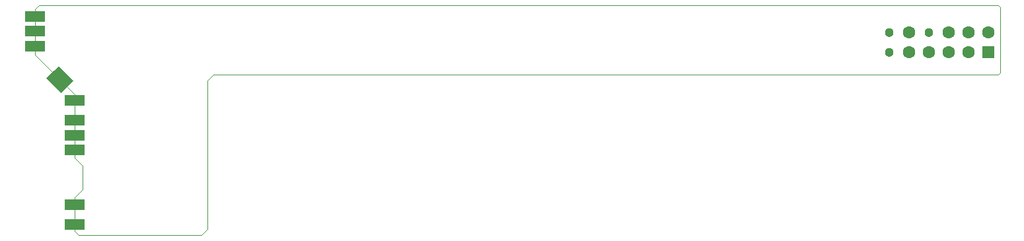
<source format=gbs>
G04 EAGLE Gerber X2 export*
%TF.Part,Single*%
%TF.FileFunction,Other,solder mask bottom*%
%TF.FilePolarity,Positive*%
%TF.GenerationSoftware,Autodesk,EAGLE,9.6.2*%
%TF.CreationDate,2022-07-13T20:55:59Z*%
G75*
%MOMM*%
%FSLAX34Y34*%
%LPD*%
%INsolder mask bottom*%
%AMOC8*
5,1,8,0,0,1.08239X$1,22.5*%
G01*
%ADD10C,0.000000*%
%ADD11R,2.641600X1.371600*%
%ADD12R,1.371600X2.641600*%
%ADD13R,1.601600X1.601600*%
%ADD14C,1.601600*%
%ADD15C,1.101600*%


D10*
X0Y232410D02*
X50800Y181610D01*
X50800Y100330D01*
X60960Y90170D01*
X60960Y59690D01*
X50800Y49530D01*
X50800Y6350D01*
X55880Y1270D01*
X213360Y1270D01*
X1236980Y209550D02*
X1236980Y293370D01*
X0Y290830D02*
X0Y232410D01*
X0Y290830D02*
X5080Y295910D01*
X220980Y8890D02*
X213360Y1270D01*
X220980Y8890D02*
X220980Y199390D01*
X228600Y207010D01*
X1234440Y207010D01*
X1234440Y295910D02*
X5080Y295910D01*
X1234440Y207010D02*
X1236980Y209550D01*
X1236980Y293370D02*
X1234440Y295910D01*
D11*
X50800Y173990D03*
X50800Y148590D03*
X50800Y129540D03*
X50800Y110490D03*
X50800Y40640D03*
X50800Y15240D03*
D12*
G36*
X15022Y202610D02*
X24720Y212308D01*
X43398Y193630D01*
X33700Y183932D01*
X15022Y202610D01*
G37*
G36*
X21372Y208960D02*
X31070Y218658D01*
X49748Y199980D01*
X40050Y190282D01*
X21372Y208960D01*
G37*
D13*
X1221740Y236220D03*
D14*
X1221740Y261620D03*
X1196340Y236220D03*
X1196340Y261620D03*
X1170940Y236220D03*
X1170940Y261620D03*
X1120140Y261620D03*
D10*
X1089740Y236220D02*
X1089742Y236361D01*
X1089748Y236502D01*
X1089758Y236642D01*
X1089772Y236782D01*
X1089790Y236922D01*
X1089811Y237061D01*
X1089837Y237200D01*
X1089866Y237338D01*
X1089900Y237474D01*
X1089937Y237610D01*
X1089978Y237745D01*
X1090023Y237879D01*
X1090072Y238011D01*
X1090124Y238142D01*
X1090180Y238271D01*
X1090240Y238398D01*
X1090303Y238524D01*
X1090369Y238648D01*
X1090440Y238771D01*
X1090513Y238891D01*
X1090590Y239009D01*
X1090670Y239125D01*
X1090754Y239238D01*
X1090840Y239349D01*
X1090930Y239458D01*
X1091023Y239564D01*
X1091118Y239667D01*
X1091217Y239768D01*
X1091318Y239866D01*
X1091422Y239961D01*
X1091529Y240053D01*
X1091638Y240142D01*
X1091750Y240227D01*
X1091864Y240310D01*
X1091980Y240390D01*
X1092099Y240466D01*
X1092220Y240538D01*
X1092342Y240608D01*
X1092467Y240673D01*
X1092593Y240736D01*
X1092721Y240794D01*
X1092851Y240849D01*
X1092982Y240901D01*
X1093115Y240948D01*
X1093249Y240992D01*
X1093384Y241033D01*
X1093520Y241069D01*
X1093657Y241101D01*
X1093795Y241130D01*
X1093933Y241155D01*
X1094073Y241175D01*
X1094213Y241192D01*
X1094353Y241205D01*
X1094494Y241214D01*
X1094634Y241219D01*
X1094775Y241220D01*
X1094916Y241217D01*
X1095057Y241210D01*
X1095197Y241199D01*
X1095337Y241184D01*
X1095477Y241165D01*
X1095616Y241143D01*
X1095754Y241116D01*
X1095892Y241086D01*
X1096028Y241051D01*
X1096164Y241013D01*
X1096298Y240971D01*
X1096432Y240925D01*
X1096564Y240876D01*
X1096694Y240822D01*
X1096823Y240765D01*
X1096950Y240705D01*
X1097076Y240641D01*
X1097199Y240573D01*
X1097321Y240502D01*
X1097441Y240428D01*
X1097558Y240350D01*
X1097673Y240269D01*
X1097786Y240185D01*
X1097897Y240098D01*
X1098005Y240007D01*
X1098110Y239914D01*
X1098213Y239817D01*
X1098313Y239718D01*
X1098410Y239616D01*
X1098504Y239511D01*
X1098595Y239404D01*
X1098683Y239294D01*
X1098768Y239182D01*
X1098850Y239067D01*
X1098929Y238950D01*
X1099004Y238831D01*
X1099076Y238710D01*
X1099144Y238587D01*
X1099209Y238462D01*
X1099271Y238335D01*
X1099328Y238206D01*
X1099383Y238076D01*
X1099433Y237945D01*
X1099480Y237812D01*
X1099523Y237678D01*
X1099562Y237542D01*
X1099597Y237406D01*
X1099629Y237269D01*
X1099656Y237131D01*
X1099680Y236992D01*
X1099700Y236852D01*
X1099716Y236712D01*
X1099728Y236572D01*
X1099736Y236431D01*
X1099740Y236290D01*
X1099740Y236150D01*
X1099736Y236009D01*
X1099728Y235868D01*
X1099716Y235728D01*
X1099700Y235588D01*
X1099680Y235448D01*
X1099656Y235309D01*
X1099629Y235171D01*
X1099597Y235034D01*
X1099562Y234898D01*
X1099523Y234762D01*
X1099480Y234628D01*
X1099433Y234495D01*
X1099383Y234364D01*
X1099328Y234234D01*
X1099271Y234105D01*
X1099209Y233978D01*
X1099144Y233853D01*
X1099076Y233730D01*
X1099004Y233609D01*
X1098929Y233490D01*
X1098850Y233373D01*
X1098768Y233258D01*
X1098683Y233146D01*
X1098595Y233036D01*
X1098504Y232929D01*
X1098410Y232824D01*
X1098313Y232722D01*
X1098213Y232623D01*
X1098110Y232526D01*
X1098005Y232433D01*
X1097897Y232342D01*
X1097786Y232255D01*
X1097673Y232171D01*
X1097558Y232090D01*
X1097441Y232012D01*
X1097321Y231938D01*
X1097199Y231867D01*
X1097076Y231799D01*
X1096950Y231735D01*
X1096823Y231675D01*
X1096694Y231618D01*
X1096564Y231564D01*
X1096432Y231515D01*
X1096298Y231469D01*
X1096164Y231427D01*
X1096028Y231389D01*
X1095892Y231354D01*
X1095754Y231324D01*
X1095616Y231297D01*
X1095477Y231275D01*
X1095337Y231256D01*
X1095197Y231241D01*
X1095057Y231230D01*
X1094916Y231223D01*
X1094775Y231220D01*
X1094634Y231221D01*
X1094494Y231226D01*
X1094353Y231235D01*
X1094213Y231248D01*
X1094073Y231265D01*
X1093933Y231285D01*
X1093795Y231310D01*
X1093657Y231339D01*
X1093520Y231371D01*
X1093384Y231407D01*
X1093249Y231448D01*
X1093115Y231492D01*
X1092982Y231539D01*
X1092851Y231591D01*
X1092721Y231646D01*
X1092593Y231704D01*
X1092467Y231767D01*
X1092342Y231832D01*
X1092220Y231902D01*
X1092099Y231974D01*
X1091980Y232050D01*
X1091864Y232130D01*
X1091750Y232213D01*
X1091638Y232298D01*
X1091529Y232387D01*
X1091422Y232479D01*
X1091318Y232574D01*
X1091217Y232672D01*
X1091118Y232773D01*
X1091023Y232876D01*
X1090930Y232982D01*
X1090840Y233091D01*
X1090754Y233202D01*
X1090670Y233315D01*
X1090590Y233431D01*
X1090513Y233549D01*
X1090440Y233669D01*
X1090369Y233792D01*
X1090303Y233916D01*
X1090240Y234042D01*
X1090180Y234169D01*
X1090124Y234298D01*
X1090072Y234429D01*
X1090023Y234561D01*
X1089978Y234695D01*
X1089937Y234830D01*
X1089900Y234966D01*
X1089866Y235102D01*
X1089837Y235240D01*
X1089811Y235379D01*
X1089790Y235518D01*
X1089772Y235658D01*
X1089758Y235798D01*
X1089748Y235938D01*
X1089742Y236079D01*
X1089740Y236220D01*
D15*
X1094740Y236220D03*
D10*
X1089740Y261620D02*
X1089742Y261761D01*
X1089748Y261902D01*
X1089758Y262042D01*
X1089772Y262182D01*
X1089790Y262322D01*
X1089811Y262461D01*
X1089837Y262600D01*
X1089866Y262738D01*
X1089900Y262874D01*
X1089937Y263010D01*
X1089978Y263145D01*
X1090023Y263279D01*
X1090072Y263411D01*
X1090124Y263542D01*
X1090180Y263671D01*
X1090240Y263798D01*
X1090303Y263924D01*
X1090369Y264048D01*
X1090440Y264171D01*
X1090513Y264291D01*
X1090590Y264409D01*
X1090670Y264525D01*
X1090754Y264638D01*
X1090840Y264749D01*
X1090930Y264858D01*
X1091023Y264964D01*
X1091118Y265067D01*
X1091217Y265168D01*
X1091318Y265266D01*
X1091422Y265361D01*
X1091529Y265453D01*
X1091638Y265542D01*
X1091750Y265627D01*
X1091864Y265710D01*
X1091980Y265790D01*
X1092099Y265866D01*
X1092220Y265938D01*
X1092342Y266008D01*
X1092467Y266073D01*
X1092593Y266136D01*
X1092721Y266194D01*
X1092851Y266249D01*
X1092982Y266301D01*
X1093115Y266348D01*
X1093249Y266392D01*
X1093384Y266433D01*
X1093520Y266469D01*
X1093657Y266501D01*
X1093795Y266530D01*
X1093933Y266555D01*
X1094073Y266575D01*
X1094213Y266592D01*
X1094353Y266605D01*
X1094494Y266614D01*
X1094634Y266619D01*
X1094775Y266620D01*
X1094916Y266617D01*
X1095057Y266610D01*
X1095197Y266599D01*
X1095337Y266584D01*
X1095477Y266565D01*
X1095616Y266543D01*
X1095754Y266516D01*
X1095892Y266486D01*
X1096028Y266451D01*
X1096164Y266413D01*
X1096298Y266371D01*
X1096432Y266325D01*
X1096564Y266276D01*
X1096694Y266222D01*
X1096823Y266165D01*
X1096950Y266105D01*
X1097076Y266041D01*
X1097199Y265973D01*
X1097321Y265902D01*
X1097441Y265828D01*
X1097558Y265750D01*
X1097673Y265669D01*
X1097786Y265585D01*
X1097897Y265498D01*
X1098005Y265407D01*
X1098110Y265314D01*
X1098213Y265217D01*
X1098313Y265118D01*
X1098410Y265016D01*
X1098504Y264911D01*
X1098595Y264804D01*
X1098683Y264694D01*
X1098768Y264582D01*
X1098850Y264467D01*
X1098929Y264350D01*
X1099004Y264231D01*
X1099076Y264110D01*
X1099144Y263987D01*
X1099209Y263862D01*
X1099271Y263735D01*
X1099328Y263606D01*
X1099383Y263476D01*
X1099433Y263345D01*
X1099480Y263212D01*
X1099523Y263078D01*
X1099562Y262942D01*
X1099597Y262806D01*
X1099629Y262669D01*
X1099656Y262531D01*
X1099680Y262392D01*
X1099700Y262252D01*
X1099716Y262112D01*
X1099728Y261972D01*
X1099736Y261831D01*
X1099740Y261690D01*
X1099740Y261550D01*
X1099736Y261409D01*
X1099728Y261268D01*
X1099716Y261128D01*
X1099700Y260988D01*
X1099680Y260848D01*
X1099656Y260709D01*
X1099629Y260571D01*
X1099597Y260434D01*
X1099562Y260298D01*
X1099523Y260162D01*
X1099480Y260028D01*
X1099433Y259895D01*
X1099383Y259764D01*
X1099328Y259634D01*
X1099271Y259505D01*
X1099209Y259378D01*
X1099144Y259253D01*
X1099076Y259130D01*
X1099004Y259009D01*
X1098929Y258890D01*
X1098850Y258773D01*
X1098768Y258658D01*
X1098683Y258546D01*
X1098595Y258436D01*
X1098504Y258329D01*
X1098410Y258224D01*
X1098313Y258122D01*
X1098213Y258023D01*
X1098110Y257926D01*
X1098005Y257833D01*
X1097897Y257742D01*
X1097786Y257655D01*
X1097673Y257571D01*
X1097558Y257490D01*
X1097441Y257412D01*
X1097321Y257338D01*
X1097199Y257267D01*
X1097076Y257199D01*
X1096950Y257135D01*
X1096823Y257075D01*
X1096694Y257018D01*
X1096564Y256964D01*
X1096432Y256915D01*
X1096298Y256869D01*
X1096164Y256827D01*
X1096028Y256789D01*
X1095892Y256754D01*
X1095754Y256724D01*
X1095616Y256697D01*
X1095477Y256675D01*
X1095337Y256656D01*
X1095197Y256641D01*
X1095057Y256630D01*
X1094916Y256623D01*
X1094775Y256620D01*
X1094634Y256621D01*
X1094494Y256626D01*
X1094353Y256635D01*
X1094213Y256648D01*
X1094073Y256665D01*
X1093933Y256685D01*
X1093795Y256710D01*
X1093657Y256739D01*
X1093520Y256771D01*
X1093384Y256807D01*
X1093249Y256848D01*
X1093115Y256892D01*
X1092982Y256939D01*
X1092851Y256991D01*
X1092721Y257046D01*
X1092593Y257104D01*
X1092467Y257167D01*
X1092342Y257232D01*
X1092220Y257302D01*
X1092099Y257374D01*
X1091980Y257450D01*
X1091864Y257530D01*
X1091750Y257613D01*
X1091638Y257698D01*
X1091529Y257787D01*
X1091422Y257879D01*
X1091318Y257974D01*
X1091217Y258072D01*
X1091118Y258173D01*
X1091023Y258276D01*
X1090930Y258382D01*
X1090840Y258491D01*
X1090754Y258602D01*
X1090670Y258715D01*
X1090590Y258831D01*
X1090513Y258949D01*
X1090440Y259069D01*
X1090369Y259192D01*
X1090303Y259316D01*
X1090240Y259442D01*
X1090180Y259569D01*
X1090124Y259698D01*
X1090072Y259829D01*
X1090023Y259961D01*
X1089978Y260095D01*
X1089937Y260230D01*
X1089900Y260366D01*
X1089866Y260502D01*
X1089837Y260640D01*
X1089811Y260779D01*
X1089790Y260918D01*
X1089772Y261058D01*
X1089758Y261198D01*
X1089748Y261338D01*
X1089742Y261479D01*
X1089740Y261620D01*
D15*
X1094740Y261620D03*
D14*
X1145540Y236220D03*
D10*
X1140540Y261620D02*
X1140542Y261761D01*
X1140548Y261902D01*
X1140558Y262042D01*
X1140572Y262182D01*
X1140590Y262322D01*
X1140611Y262461D01*
X1140637Y262600D01*
X1140666Y262738D01*
X1140700Y262874D01*
X1140737Y263010D01*
X1140778Y263145D01*
X1140823Y263279D01*
X1140872Y263411D01*
X1140924Y263542D01*
X1140980Y263671D01*
X1141040Y263798D01*
X1141103Y263924D01*
X1141169Y264048D01*
X1141240Y264171D01*
X1141313Y264291D01*
X1141390Y264409D01*
X1141470Y264525D01*
X1141554Y264638D01*
X1141640Y264749D01*
X1141730Y264858D01*
X1141823Y264964D01*
X1141918Y265067D01*
X1142017Y265168D01*
X1142118Y265266D01*
X1142222Y265361D01*
X1142329Y265453D01*
X1142438Y265542D01*
X1142550Y265627D01*
X1142664Y265710D01*
X1142780Y265790D01*
X1142899Y265866D01*
X1143020Y265938D01*
X1143142Y266008D01*
X1143267Y266073D01*
X1143393Y266136D01*
X1143521Y266194D01*
X1143651Y266249D01*
X1143782Y266301D01*
X1143915Y266348D01*
X1144049Y266392D01*
X1144184Y266433D01*
X1144320Y266469D01*
X1144457Y266501D01*
X1144595Y266530D01*
X1144733Y266555D01*
X1144873Y266575D01*
X1145013Y266592D01*
X1145153Y266605D01*
X1145294Y266614D01*
X1145434Y266619D01*
X1145575Y266620D01*
X1145716Y266617D01*
X1145857Y266610D01*
X1145997Y266599D01*
X1146137Y266584D01*
X1146277Y266565D01*
X1146416Y266543D01*
X1146554Y266516D01*
X1146692Y266486D01*
X1146828Y266451D01*
X1146964Y266413D01*
X1147098Y266371D01*
X1147232Y266325D01*
X1147364Y266276D01*
X1147494Y266222D01*
X1147623Y266165D01*
X1147750Y266105D01*
X1147876Y266041D01*
X1147999Y265973D01*
X1148121Y265902D01*
X1148241Y265828D01*
X1148358Y265750D01*
X1148473Y265669D01*
X1148586Y265585D01*
X1148697Y265498D01*
X1148805Y265407D01*
X1148910Y265314D01*
X1149013Y265217D01*
X1149113Y265118D01*
X1149210Y265016D01*
X1149304Y264911D01*
X1149395Y264804D01*
X1149483Y264694D01*
X1149568Y264582D01*
X1149650Y264467D01*
X1149729Y264350D01*
X1149804Y264231D01*
X1149876Y264110D01*
X1149944Y263987D01*
X1150009Y263862D01*
X1150071Y263735D01*
X1150128Y263606D01*
X1150183Y263476D01*
X1150233Y263345D01*
X1150280Y263212D01*
X1150323Y263078D01*
X1150362Y262942D01*
X1150397Y262806D01*
X1150429Y262669D01*
X1150456Y262531D01*
X1150480Y262392D01*
X1150500Y262252D01*
X1150516Y262112D01*
X1150528Y261972D01*
X1150536Y261831D01*
X1150540Y261690D01*
X1150540Y261550D01*
X1150536Y261409D01*
X1150528Y261268D01*
X1150516Y261128D01*
X1150500Y260988D01*
X1150480Y260848D01*
X1150456Y260709D01*
X1150429Y260571D01*
X1150397Y260434D01*
X1150362Y260298D01*
X1150323Y260162D01*
X1150280Y260028D01*
X1150233Y259895D01*
X1150183Y259764D01*
X1150128Y259634D01*
X1150071Y259505D01*
X1150009Y259378D01*
X1149944Y259253D01*
X1149876Y259130D01*
X1149804Y259009D01*
X1149729Y258890D01*
X1149650Y258773D01*
X1149568Y258658D01*
X1149483Y258546D01*
X1149395Y258436D01*
X1149304Y258329D01*
X1149210Y258224D01*
X1149113Y258122D01*
X1149013Y258023D01*
X1148910Y257926D01*
X1148805Y257833D01*
X1148697Y257742D01*
X1148586Y257655D01*
X1148473Y257571D01*
X1148358Y257490D01*
X1148241Y257412D01*
X1148121Y257338D01*
X1147999Y257267D01*
X1147876Y257199D01*
X1147750Y257135D01*
X1147623Y257075D01*
X1147494Y257018D01*
X1147364Y256964D01*
X1147232Y256915D01*
X1147098Y256869D01*
X1146964Y256827D01*
X1146828Y256789D01*
X1146692Y256754D01*
X1146554Y256724D01*
X1146416Y256697D01*
X1146277Y256675D01*
X1146137Y256656D01*
X1145997Y256641D01*
X1145857Y256630D01*
X1145716Y256623D01*
X1145575Y256620D01*
X1145434Y256621D01*
X1145294Y256626D01*
X1145153Y256635D01*
X1145013Y256648D01*
X1144873Y256665D01*
X1144733Y256685D01*
X1144595Y256710D01*
X1144457Y256739D01*
X1144320Y256771D01*
X1144184Y256807D01*
X1144049Y256848D01*
X1143915Y256892D01*
X1143782Y256939D01*
X1143651Y256991D01*
X1143521Y257046D01*
X1143393Y257104D01*
X1143267Y257167D01*
X1143142Y257232D01*
X1143020Y257302D01*
X1142899Y257374D01*
X1142780Y257450D01*
X1142664Y257530D01*
X1142550Y257613D01*
X1142438Y257698D01*
X1142329Y257787D01*
X1142222Y257879D01*
X1142118Y257974D01*
X1142017Y258072D01*
X1141918Y258173D01*
X1141823Y258276D01*
X1141730Y258382D01*
X1141640Y258491D01*
X1141554Y258602D01*
X1141470Y258715D01*
X1141390Y258831D01*
X1141313Y258949D01*
X1141240Y259069D01*
X1141169Y259192D01*
X1141103Y259316D01*
X1141040Y259442D01*
X1140980Y259569D01*
X1140924Y259698D01*
X1140872Y259829D01*
X1140823Y259961D01*
X1140778Y260095D01*
X1140737Y260230D01*
X1140700Y260366D01*
X1140666Y260502D01*
X1140637Y260640D01*
X1140611Y260779D01*
X1140590Y260918D01*
X1140572Y261058D01*
X1140558Y261198D01*
X1140548Y261338D01*
X1140542Y261479D01*
X1140540Y261620D01*
D15*
X1145540Y261620D03*
D14*
X1120140Y236220D03*
D11*
X0Y281940D03*
X0Y262890D03*
X0Y243840D03*
M02*

</source>
